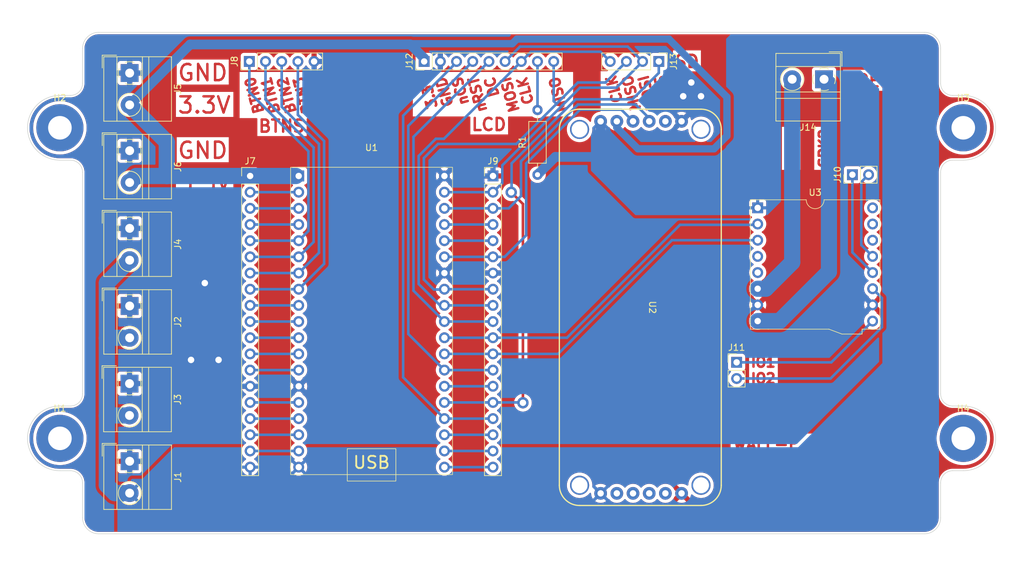
<source format=kicad_pcb>
(kicad_pcb (version 20221018) (generator pcbnew)
  (layers (0 "F.Cu" signal) (31 "B.Cu" signal) (34 "B.Paste" user) (35 "F.Paste" user) (36 "B.SilkS" user "B.Silkscreen") (37 "F.SilkS" user "F.Silkscreen") (38 "B.Mask" user) (39 "F.Mask" user) (44 "Edge.Cuts" user))
  (net 0 "")
  (net 1 "GND")
  (net 2 "+5V")
  (net 3 "+3.3V")
  (net 4 "DFP_SPK1")
  (net 5 "DFP_SPK2")
  (net 6 "BUTTON0")
  (net 7 "BUTTON1")
  (net 8 "BUTTON2")
  (net 9 "BUTTON3")
  (net 10 "LCD_~{CS}")
  (net 11 "LCD_~{RST}")
  (net 12 "LCD_DC")
  (net 13 "SPI_MOSI")
  (net 14 "/LCD_LED")
  (net 15 "SPI_MISO")
  (net 16 "ESP32_EN")
  (net 17 "ESP32_SVP")
  (net 18 "ESP32_SVN")
  (net 19 "ESP32_P25")
  (net 20 "ESP32_P26")
  (net 21 "ESP32_P27")
  (net 22 "ESP32_P14")
  (net 23 "ESP32_P12")
  (net 24 "ESP32_P13")
  (net 25 "ESP32_SD2")
  (net 26 "ESP32_SD3")
  (net 27 "ESP32_CMD")
  (net 28 "SCL")
  (net 29 "ESP32_TX")
  (net 30 "ESP32_RX")
  (net 31 "SDA")
  (net 32 "SPI_CLK")
  (net 33 "MCU_TX")
  (net 34 "MCU_RX")
  (net 35 "SD_~{CS}")
  (net 36 "ESP32_P0")
  (net 37 "ESP32_SD1")
  (net 38 "ESP32_SD0")
  (net 39 "ESP32_CLK")
  (net 44 "Net-(J10-Pin_2)")
  (net 45 "Net-(J10-Pin_1)")
  (net 46 "Net-(J11-Pin_1)")
  (net 47 "Net-(J11-Pin_2)")
  (footprint "TerminalBlock_MetzConnect:TerminalBlock_MetzConnect_Type011_RT05502HBWC_1x02_P5.00mm_Horizontal" (layer "F.Cu") (at 103.886 121.198 -90)
    (fp_text reference "J3")
    (fp_text value "Screw_Terminal_01x02")
  )
  (footprint "Walle:DFPlayer Mini Module" (layer "F.Cu") (at 202.438 93.599)
    (fp_text reference "U3")
    (fp_text value "DFPlayer Mini Module")
  )
  (footprint "Connector_PinHeader_2.54mm:PinHeader_1x19_P2.54mm_Vertical" (layer "F.Cu") (at 160.908999 88.593601)
    (fp_text reference "J9")
    (fp_text value "Conn_01x19")
  )
  (footprint "irex_Aesthetic:Logo_irex_5.0x5.5mm_Copper" (layer "F.Cu") (at 225.425 137.414)
    (fp_text reference "G***" hide)
    (fp_text value "IREX_LOGO" hide)
  )
  (footprint "TerminalBlock_MetzConnect:TerminalBlock_MetzConnect_Type011_RT05502HBWC_1x02_P5.00mm_Horizontal" (layer "F.Cu") (at 103.906 84.622 -90)
    (fp_text reference "J6")
    (fp_text value "Screw_Terminal_01x02")
  )
  (footprint "Connector_PinHeader_2.54mm:PinHeader_1x02_P2.54mm_Vertical" (layer "F.Cu") (at 217.297 88.392 90)
    (fp_text reference "J10")
    (fp_text value "Conn_01x02")
  )
  (footprint "TerminalBlock_MetzConnect:TerminalBlock_MetzConnect_Type011_RT05502HBWC_1x02_P5.00mm_Horizontal" (layer "F.Cu") (at 212.852 73.406 180)
    (fp_text reference "J14")
    (fp_text value "Screw_Terminal_01x02")
  )
  (footprint "Walle:Adafruit PCA9685 rev C" (layer "F.Cu") (at 174.498 81.28 -90)
    (fp_text reference "U2")
    (fp_text value "PCA9685")
  )
  (footprint "TerminalBlock_MetzConnect:TerminalBlock_MetzConnect_Type011_RT05502HBWC_1x02_P5.00mm_Horizontal" (layer "F.Cu") (at 103.906 133.390001 -90)
    (fp_text reference "J1")
    (fp_text value "Screw_Terminal_01x02")
  )
  (footprint "MountingHole:MountingHole_3.7mm_Pad" (layer "F.Cu") (at 234.696 129.794)
    (fp_text reference "H4")
    (fp_text value "#6")
  )
  (footprint "Connector_PinHeader_2.54mm:PinHeader_1x04_P2.54mm_Vertical" (layer "F.Cu") (at 186.924 70.612 -90)
    (fp_text reference "J13")
    (fp_text value "Conn_01x04")
  )
  (footprint "Connector_PinHeader_2.54mm:PinHeader_1x05_P2.54mm_Vertical" (layer "F.Cu") (at 122.682 70.612 90)
    (fp_text reference "J8")
    (fp_text value "Conn_01x05")
  )
  (footprint "MountingHole:MountingHole_3.7mm_Pad" (layer "F.Cu") (at 234.696 81.026)
    (fp_text reference "H3")
    (fp_text value "#6")
  )
  (footprint "Connector_PinHeader_2.54mm:PinHeader_1x19_P2.54mm_Vertical" (layer "F.Cu") (at 122.809001 88.593601)
    (fp_text reference "J7")
    (fp_text value "Conn_01x19")
  )
  (footprint "Resistor_THT:R_Axial_DIN0207_L6.3mm_D2.5mm_P10.16mm_Horizontal" (layer "F.Cu") (at 167.894 88.392 90)
    (fp_text reference "R1")
    (fp_text value "100")
  )
  (footprint "TerminalBlock_MetzConnect:TerminalBlock_MetzConnect_Type011_RT05502HBWC_1x02_P5.00mm_Horizontal" (layer "F.Cu") (at 103.906 72.43 -90)
    (fp_text reference "J5")
    (fp_text value "Screw_Terminal_01x02")
  )
  (footprint "Walle:HiLetgo ESP-32S Module" (layer "F.Cu") (at 130.429 88.5936)
    (fp_text reference "U1")
    (fp_text value "ESP32-WROOM-32")
  )
  (footprint "MountingHole:MountingHole_3.7mm_Pad" (layer "F.Cu") (at 92.964 81.026)
    (fp_text reference "H2")
    (fp_text value "#6")
  )
  (footprint "MountingHole:MountingHole_3.7mm_Pad" (layer "F.Cu") (at 92.964 129.794)
    (fp_text reference "H1")
    (fp_text value "#6")
  )
  (footprint "TerminalBlock_MetzConnect:TerminalBlock_MetzConnect_Type011_RT05502HBWC_1x02_P5.00mm_Horizontal" (layer "F.Cu") (at 103.906 96.814 -90)
    (fp_text reference "J4")
    (fp_text value "Screw_Terminal_01x02")
  )
  (footprint "Connector_PinHeader_2.54mm:PinHeader_1x02_P2.54mm_Vertical" (layer "F.Cu") (at 199.136 117.856)
    (fp_text reference "J11")
    (fp_text value "Conn_01x02")
  )
  (footprint "Connector_PinHeader_2.54mm:PinHeader_1x09_P2.54mm_Vertical" (layer "F.Cu") (at 150.114 70.612 90)
    (fp_text reference "J12")
    (fp_text value "Conn_01x09")
  )
  (footprint "TerminalBlock_MetzConnect:TerminalBlock_MetzConnect_Type011_RT05502HBWC_1x02_P5.00mm_Horizontal" (layer "F.Cu") (at 103.906 109.006 -90)
    (fp_text reference "J2")
    (fp_text value "Screw_Terminal_01x02")
  )
  (gr_arc (start 233.045 75.945999) (mid 231.697963 75.388037) (end 231.140001 74.041) (stroke (width 0.1)) (layer "Edge.Cuts"))
  (gr_arc (start 96.519999 122.809) (mid 95.962037 124.156037) (end 94.615 124.713999) (stroke (width 0.1)) (layer "Edge.Cuts"))
  (gr_line (start 228.6 144.78) (end 99.06 144.78) (stroke (width 0.1)) (layer "Edge.Cuts"))
  (gr_line (start 92.964 134.874) (end 94.615 134.874) (stroke (width 0.1)) (layer "Edge.Cuts"))
  (gr_arc (start 234.696 75.946001) (mid 239.775999 81.026) (end 234.696 86.105999) (stroke (width 0.1)) (layer "Edge.Cuts"))
  (gr_line (start 231.14 142.24) (end 231.14 136.779) (stroke (width 0.1)) (layer "Edge.Cuts"))
  (gr_arc (start 228.6 66.04) (mid 230.396051 66.783949) (end 231.14 68.58) (stroke (width 0.1)) (layer "Edge.Cuts"))
  (gr_line (start 234.696 75.946001) (end 233.045 75.946001) (stroke (width 0.1)) (layer "Edge.Cuts"))
  (gr_arc (start 99.06 144.78) (mid 97.263949 144.036051) (end 96.52 142.24) (stroke (width 0.1)) (layer "Edge.Cuts"))
  (gr_arc (start 96.52 74.041) (mid 95.962038 75.388038) (end 94.615 75.946) (stroke (width 0.1)) (layer "Edge.Cuts"))
  (gr_line (start 96.52 142.24) (end 96.52 136.779) (stroke (width 0.1)) (layer "Edge.Cuts"))
  (gr_line (start 94.615 124.714) (end 92.964 124.714) (stroke (width 0.1)) (layer "Edge.Cuts"))
  (gr_arc (start 94.615 134.874001) (mid 95.962037 135.431963) (end 96.519999 136.779) (stroke (width 0.1)) (layer "Edge.Cuts"))
  (gr_arc (start 231.14 142.24) (mid 230.396051 144.036051) (end 228.6 144.78) (stroke (width 0.1)) (layer "Edge.Cuts"))
  (gr_line (start 233.045 86.105999) (end 234.696 86.105999) (stroke (width 0.1)) (layer "Edge.Cuts"))
  (gr_arc (start 231.140001 88.011) (mid 231.697963 86.663963) (end 233.045 86.106001) (stroke (width 0.1)) (layer "Edge.Cuts"))
  (gr_arc (start 94.615 86.106001) (mid 95.962037 86.663963) (end 96.519999 88.011) (stroke (width 0.1)) (layer "Edge.Cuts"))
  (gr_line (start 234.696 124.714001) (end 233.045 124.714001) (stroke (width 0.1)) (layer "Edge.Cuts"))
  (gr_arc (start 92.964 86.106) (mid 87.884 81.026) (end 92.964 75.946) (stroke (width 0.1)) (layer "Edge.Cuts"))
  (gr_line (start 96.519999 122.809) (end 96.519999 88.011) (stroke (width 0.1)) (layer "Edge.Cuts"))
  (gr_arc (start 234.696 124.714001) (mid 239.775999 129.794) (end 234.696 134.873999) (stroke (width 0.1)) (layer "Edge.Cuts"))
  (gr_arc (start 92.964 134.874) (mid 87.884 129.794) (end 92.964 124.714) (stroke (width 0.1)) (layer "Edge.Cuts"))
  (gr_line (start 231.14 68.58) (end 231.14 74.041) (stroke (width 0.1)) (layer "Edge.Cuts"))
  (gr_arc (start 96.52 68.58) (mid 97.263949 66.783949) (end 99.06 66.04) (stroke (width 0.1)) (layer "Edge.Cuts"))
  (gr_arc (start 231.140001 136.779) (mid 231.697963 135.431963) (end 233.045 134.874001) (stroke (width 0.1)) (layer "Edge.Cuts"))
  (gr_line (start 96.52 74.041) (end 96.52 68.58) (stroke (width 0.1)) (layer "Edge.Cuts"))
  (gr_line (start 94.615 75.946) (end 92.964 75.946) (stroke (width 0.1)) (layer "Edge.Cuts"))
  (gr_arc (start 233.045 124.713999) (mid 231.697963 124.156037) (end 231.140001 122.809) (stroke (width 0.1)) (layer "Edge.Cuts"))
  (gr_line (start 231.140001 122.809) (end 231.140001 88.011) (stroke (width 0.1)) (layer "Edge.Cuts"))
  (gr_line (start 233.045 134.873999) (end 234.696 134.873999) (stroke (width 0.1)) (layer "Edge.Cuts"))
  (gr_line (start 92.964 86.106) (end 94.615 86.106) (stroke (width 0.1)) (layer "Edge.Cuts"))
  (gr_line (start 99.06 66.04) (end 228.6 66.04) (stroke (width 0.1)) (layer "Edge.Cuts"))
  (gr_text "KEY2" (at 219.964 86.36 90) (layer "F.Cu") (effects (font (size 1.524 1.524) (thickness 0.381)) (justify left)))
  (gr_text "3.3V" (at 111.252 89.662) (layer "F.Cu") (effects (font (size 2.54 2.54) (thickness 0.381)) (justify left)))
  (gr_text "MISO" (at 170.434 72.898 105) (layer "F.Cu") (effects (font (size 1.524 1.524) (thickness 0.381)) (justify right)))
  (gr_text "GND" (at 111.252 121.158) (layer "F.Cu") (effects (font (size 2.54 2.54) (thickness 0.381)) (justify left)))
  (gr_text "MISO" (at 181.864 72.644 105) (layer "F.Cu") (effects (font (size 1.524 1.524) (thickness 0.381)) (justify right)))
  (gr_text "SPK2" (at 212.852 81.026 90) (layer "F.Cu") (effects (font (size 1.524 1.524) (thickness 0.381)) (justify right)))
  (gr_text "MOSI" (at 162.814 72.898 105) (layer "F.Cu") (effects (font (size 1.524 1.524) (thickness 0.381)) (justify right)))
  (gr_text "GND" (at 111.252 84.582) (layer "F.Cu") (effects (font (size 2.54 2.54) (thickness 0.381)) (justify left)))
  (gr_text "DC" (at 160.274 72.898 105) (layer "F.Cu") (effects (font (size 1.524 1.524) (thickness 0.381)) (justify right)))
  (gr_text "MOSI" (at 184.404 72.644 105) (layer "F.Cu") (effects (font (size 1.524 1.524) (thickness 0.381)) (justify right)))
  (gr_text "5.0V" (at 111.252 101.854) (layer "F.Cu") (effects (font (size 2.54 2.54) (thickness 0.381)) (justify left)))
  (gr_text "BTN0" (at 122.682 72.898 105) (layer "F.Cu") (effects (font (size 1.524 1.524) (thickness 0.381)) (justify right)))
  (gr_text "SD" (at 189.23 70.612) (layer "F.Cu") (effects (font (size 1.905 1.905) (thickness 0.381)) (justify left)))
  (gr_text "5.0V" (at 111.252 138.43) (layer "F.Cu") (effects (font (size 2.54 2.54) (thickness 0.381)) (justify left)))
  (gr_text "KEY1" (at 217.424 86.36 90) (layer "F.Cu") (effects (font (size 1.524 1.524) (thickness 0.381)) (justify left)))
  (gr_text "GND" (at 111.252 72.39) (layer "F.Cu") (effects (font (size 2.54 2.54) (thickness 0.381)) (justify left)))
  (gr_text "3.3V" (at 150.114 72.898 105) (layer "F.Cu") (effects (font (size 1.524 1.524) (thickness 0.381)) (justify right)))
  (gr_text "BTN3" (at 130.302 72.898 105) (layer "F.Cu") (effects (font (size 1.524 1.524) (thickness 0.381)) (justify right)))
  (gr_text "5.0V" (at 111.252 126.238) (layer "F.Cu") (effects (font (size 2.54 2.54) (thickness 0.381)) (justify left)))
  (gr_text "nCS" (at 155.194 72.898 105) (layer "F.Cu") (effects (font (size 1.524 1.524) (thickness 0.381)) (justify right)))
  (gr_text "BTN4" (at 132.842 72.898 105) (layer "F.Cu") (effects (font (size 1.524 1.524) (thickness 0.381)) (justify right)))
  (gr_text "IO1" (at 201.168 117.856) (layer "F.Cu") (effects (font (size 1.524 1.524) (thickness 0.381)) (justify left)))
  (gr_text "nRST" (at 157.734 72.898 105) (layer "F.Cu") (effects (font (size 1.524 1.524) (thickness 0.381)) (justify right)))
  (gr_text "LCD" (at 160.274 80.518) (layer "F.Cu") (effects (font (size 1.905 1.905) (thickness 0.381))))
  (gr_text "GND" (at 111.252 108.966) (layer "F.Cu") (effects (font (size 2.54 2.54) (thickness 0.381)) (justify left)))
  (gr_text "IO2" (at 201.168 120.396) (layer "F.Cu") (effects (font (size 1.524 1.524) (thickness 0.381)) (justify left)))
  (gr_text "nCS" (at 186.944 72.644 105) (layer "F.Cu") (effects (font (size 1.524 1.524) (thickness 0.381)) (justify right)))
  (gr_text "3.3V" (at 111.252 77.47) (layer "F.Cu") (effects (font (size 2.54 2.54) (thickness 0.381)) (justify left)))
  (gr_text "CLK" (at 179.324 72.644 105) (layer "F.Cu") (effects (font (size 1.524 1.524) (thickness 0.381)) (justify right)))
  (gr_text "BTN1" (at 125.222 72.898 105) (layer "F.Cu") (effects (font (size 1.524 1.524) (thickness 0.381)) (justify right)))
  (gr_text "GND" (at 111.252 133.35) (layer "F.Cu") (effects (font (size 2.54 2.54) (thickness 0.381)) (justify left)))
  (gr_text "BTN2" (at 127.762 72.898 105) (layer "F.Cu") (effects (font (size 1.524 1.524) (thickness 0.381)) (justify right)))
  (gr_text "SPEEKER" (at 215.9 73.66) (layer "F.Cu") (effects (font (size 1.905 1.905) (thickness 0.381)) (justify left)))
  (gr_text "5.0V" (at 111.252 114.046) (layer "F.Cu") (effects (font (size 2.54 2.54) (thickness 0.381)) (justify left)))
  (gr_text "GND" (at 111.252 96.774) (layer "F.Cu") (effects (font (size 2.54 2.54) (thickness 0.381)) (justify left)))
  (gr_text "GND" (at 152.654 72.898 105) (layer "F.Cu") (effects (font (size 1.524 1.524) (thickness 0.381)) (justify right)))
  (gr_text "SPK1" (at 207.772 81.026 90) (layer "F.Cu") (effects (font (size 1.524 1.524) (thickness 0.381)) (justify right)))
  (gr_text "CLK" (at 165.354 72.898 105) (layer "F.Cu") (effects (font (size 1.524 1.524) (thickness 0.381)) (justify right)))
  (gr_text "WALL-E Carrier Board\nRev: 0\n11/23\nI. Rex" (at 198.374 140.335) (layer "F.Cu") (effects (font (size 1.778 1.778) (thickness 0.381) bold) (justify left bottom)))
  (gr_text "BTNS" (at 127.762 80.772) (layer "F.Cu") (effects (font (size 1.905 1.905) (thickness 0.381))))
  (via (at 113.538 117.475) (size 1.778) (drill 1.016) (layers "F.Cu" "B.Cu") (net 1))
  (via (at 193.548 76.073) (size 1.778) (drill 1.016) (layers "F.Cu" "B.Cu") (net 1))
  (via (at 117.856 117.475) (size 1.778) (drill 1.016) (layers "F.Cu" "B.Cu") (net 1))
  (via (at 192.024 73.914) (size 1.778) (drill 1.016) (layers "F.Cu" "B.Cu") (net 1))
  (via (at 190.754 76.073) (size 1.778) (drill 1.016) (layers "F.Cu" "B.Cu") (net 1))
  (via (at 115.697 105.41) (size 1.778) (drill 1.016) (layers "F.Cu" "B.Cu") (net 1))
  (segment (start 177.8 84.836) (end 177.038 85.598) (width 1.524) (layer "B.Cu") (net 2))
  (segment (start 101.560001 138.390001) (end 100.33 137.16) (width 2.54) (layer "B.Cu") (net 2))
  (segment (start 103.906 114.006) (end 100.37 114.006) (width 2.54) (layer "B.Cu") (net 2))
  (segment (start 177.8 80.01) (end 177.8 84.836) (width 1.524) (layer "B.Cu") (net 2))
  (segment (start 100.37 114.006) (end 100.33 114.046) (width 2.54) (layer "B.Cu") (net 2))
  (segment (start 177.038 85.598) (end 170.688 85.598) (width 1.524) (layer "B.Cu") (net 2))
  (segment (start 100.33 137.16) (end 100.33 126.238) (width 2.54) (layer "B.Cu") (net 2))
  (segment (start 100.33 114.046) (end 100.33 105.39) (width 2.54) (layer "B.Cu") (net 2))
  (segment (start 100.37 126.198) (end 100.33 126.238) (width 2.54) (layer "B.Cu") (net 2))
  (segment (start 170.688 85.598) (end 167.894 88.392) (width 1.524) (layer "B.Cu") (net 2))
  (segment (start 100.33 126.238) (end 100.33 114.046) (width 2.54) (layer "B.Cu") (net 2))
  (segment (start 100.33 105.39) (end 103.906 101.814) (width 2.54) (layer "B.Cu") (net 2))
  (segment (start 103.886 126.198) (end 100.37 126.198) (width 2.54) (layer "B.Cu") (net 2))
  (segment (start 103.906 138.390001) (end 101.560001 138.390001) (width 2.54) (layer "B.Cu") (net 2))
  (segment (start 183.658 84.328) (end 180.34 81.01) (width 1.143) (layer "B.Cu") (net 3))
  (segment (start 188.5061 67.0941) (end 197.612 76.2) (width 1.143) (layer "B.Cu") (net 3))
  (segment (start 163.937672 67.818) (end 164.661572 67.0941) (width 1.143) (layer "B.Cu") (net 3))
  (segment (start 122.809001 88.593601) (end 130.009 88.593601) (width 2.54) (layer "B.Cu") (net 3))
  (segment (start 150.114 70.104) (end 147.955 67.945) (width 1.524) (layer "B.Cu") (net 3))
  (segment (start 122.809001 88.593601) (end 109.728 88.593601) (width 2.54) (layer "B.Cu") (net 3))
  (segment (start 147.955 67.945) (end 113.391 67.945) (width 1.524) (layer "B.Cu") (net 3))
  (segment (start 109.728 83.252) (end 109.728 88.593601) (width 2.54) (layer "B.Cu") (net 3))
  (segment (start 197.612 76.2) (end 197.612 82.296) (width 1.143) (layer "B.Cu") (net 3))
  (segment (start 197.612 82.296) (end 195.58 84.328) (width 1.143) (layer "B.Cu") (net 3))
  (segment (start 109.728 88.593601) (end 104.934399 88.593601) (width 2.54) (layer "B.Cu") (net 3))
  (segment (start 164.661572 67.0941) (end 188.5061 67.0941) (width 1.143) (layer "B.Cu") (net 3))
  (segment (start 103.906 77.43) (end 109.728 83.252) (width 2.54) (layer "B.Cu") (net 3))
  (segment (start 150.114 70.612) (end 150.114 70.104) (width 1.524) (layer "B.Cu") (net 3))
  (segment (start 147.955 67.945) (end 148.082 67.818) (width 1.143) (layer "B.Cu") (net 3))
  (segment (start 113.391 67.945) (end 103.906 77.43) (width 1.524) (layer "B.Cu") (net 3))
  (segment (start 148.082 67.818) (end 163.937672 67.818) (width 1.143) (layer "B.Cu") (net 3))
  (segment (start 180.34 81.01) (end 180.34 80.01) (width 1.143) (layer "B.Cu") (net 3))
  (segment (start 104.934399 88.593601) (end 103.906 89.622) (width 2.54) (layer "B.Cu") (net 3))
  (segment (start 195.58 84.328) (end 183.658 84.328) (width 1.143) (layer "B.Cu") (net 3))
  (segment (start 203.708 106.299) (end 202.438 106.299) (width 2.54) (layer "B.Cu") (net 4))
  (segment (start 207.852 73.406) (end 207.852 102.155) (width 2.54) (layer "B.Cu") (net 4))
  (segment (start 207.852 102.155) (end 203.708 106.299) (width 2.54) (layer "B.Cu") (net 4))
  (segment (start 212.852 73.406) (end 213.614 74.168) (width 2.54) (layer "B.Cu") (net 5))
  (segment (start 205.867 111.379) (end 202.438 111.379) (width 2.54) (layer "B.Cu") (net 5))
  (segment (start 213.614 74.168) (end 213.614 103.632) (width 2.54) (layer "B.Cu") (net 5))
  (segment (start 213.614 103.632) (end 205.867 111.379) (width 2.54) (layer "B.Cu") (net 5))
  (segment (start 131.953 97.2296) (end 130.429 98.7536) (width 0.4064) (layer "B.Cu") (net 6))
  (segment (start 122.809001 98.753601) (end 130.429 98.7536) (width 0.4064) (layer "B.Cu") (net 6))
  (segment (start 122.682 70.612) (end 122.682 75.438) (width 0.4064) (layer "B.Cu") (net 6))
  (segment (start 131.953 84.709) (end 131.953 97.2296) (width 0.4064) (layer "B.Cu") (net 6))
  (segment (start 122.682 75.438) (end 131.953 84.709) (width 0.4064) (layer "B.Cu") (net 6))
  (segment (start 125.222 76.581) (end 132.7658 84.1248) (width 0.4064) (layer "B.Cu") (net 7))
  (segment (start 130.429 101.2936) (end 122.809001 101.293601) (width 0.4064) (layer "B.Cu") (net 7))
  (segment (start 125.222 70.612) (end 125.222 76.581) (width 0.4064) (layer "B.Cu") (net 7))
  (segment (start 132.7658 84.1248) (end 132.7658 98.9568) (width 0.4064) (layer "B.Cu") (net 7))
  (segment (start 132.7658 98.9568) (end 130.429 101.2936) (width 0.4064) (layer "B.Cu") (net 7))
  (segment (start 127.762 77.724) (end 133.604 83.566) (width 0.4064) (layer "B.Cu") (net 8))
  (segment (start 127.762 70.612) (end 127.762 77.724) (width 0.4064) (layer "B.Cu") (net 8))
  (segment (start 122.809001 103.833601) (end 130.429 103.8336) (width 0.4064) (layer "B.Cu") (net 8))
  (segment (start 133.604 83.566) (end 133.604 100.6586) (width 0.4064) (layer "B.Cu") (net 8))
  (segment (start 133.604 100.6586) (end 130.429 103.8336) (width 0.4064) (layer "B.Cu") (net 8))
  (segment (start 134.4168 83.1088) (end 134.4168 102.3858) (width 0.4064) (layer "B.Cu") (net 9))
  (segment (start 130.302 78.994) (end 134.4168 83.1088) (width 0.4064) (layer "B.Cu") (net 9))
  (segment (start 134.4168 102.3858) (end 130.429 106.3736) (width 0.4064) (layer "B.Cu") (net 9))
  (segment (start 130.302 70.612) (end 130.302 78.994) (width 0.4064) (layer "B.Cu") (net 9))
  (segment (start 130.429 106.3736) (end 122.809001 106.373601) (width 0.4064) (layer "B.Cu") (net 9))
  (segment (start 153.289 126.6936) (end 146.812 120.2166) (width 0.4064) (layer "B.Cu") (net 10))
  (segment (start 146.812 79.121) (end 155.194 70.739) (width 0.4064) (layer "B.Cu") (net 10))
  (segment (start 160.908999 126.693601) (end 153.289 126.6936) (width 0.4064) (layer "B.Cu") (net 10))
  (segment (start 146.812 120.2166) (end 146.812 79.121) (width 0.4064) (layer "B.Cu") (net 10))
  (segment (start 155.194 70.739) (end 155.194 70.612) (width 0.4064) (layer "B.Cu") (net 10))
  (segment (start 147.6248 80.7212) (end 157.734 70.612) (width 0.4064) (layer "B.Cu") (net 11))
  (segment (start 153.289 119.0736) (end 160.908999 119.073601) (width 0.4064) (layer "B.Cu") (net 11))
  (segment (start 153.289 119.0736) (end 147.6248 113.4094) (width 0.4064) (layer "B.Cu") (net 11))
  (segment (start 147.6248 113.4094) (end 147.6248 80.7212) (width 0.4064) (layer "B.Cu") (net 11))
  (segment (start 152.6794 111.2774) (end 152.6794 111.4536) (width 0.4064) (layer "B.Cu") (net 12))
  (segment (start 153.2366 111.4536) (end 153.289 111.4536) (width 0.4064) (layer "B.Cu") (net 12))
  (segment (start 148.4376 106.6022) (end 153.289 111.4536) (width 0.4064) (layer "B.Cu") (net 12))
  (segment (start 148.4376 82.4484) (end 148.4376 106.6022) (width 0.4064) (layer "B.Cu") (net 12))
  (segment (start 153.289 111.4536) (end 160.908999 111.453601) (width 0.4064) (layer "B.Cu") (net 12))
  (segment (start 160.274 70.612) (end 148.4376 82.4484) (width 0.4064) (layer "B.Cu") (net 12))
  (segment (start 162.368599 89.696107) (end 160.931105 91.133601) (width 0.4064) (layer "B.Cu") (net 13))
  (segment (start 184.384 70.632) (end 180.2892 74.7268) (width 0.4064) (layer "B.Cu") (net 13))
  (segment (start 165.1508 68.2752) (end 182.0472 68.2752) (width 0.4064) (layer "B.Cu") (net 13))
  (segment (start 162.368599 86.925929) (end 162.368599 89.696107) (width 0.4064) (layer "B.Cu") (net 13))
  (segment (start 182.0472 68.2752) (end 184.384 70.612) (width 0.4064) (layer "B.Cu") (net 13))
  (segment (start 162.814 70.612) (end 165.1508 68.2752) (width 0.4064) (layer "B.Cu") (net 13))
  (segment (start 160.931105 91.133601) (end 160.908999 91.133601) (width 0.4064) (layer "B.Cu") (net 13))
  (segment (start 184.384 70.612) (end 184.384 70.632) (width 0.4064) (layer "B.Cu") (net 13))
  (segment (start 180.2892 74.7268) (end 174.567728 74.7268) (width 0.4064) (layer "B.Cu") (net 13))
  (segment (start 174.567728 74.7268) (end 162.368599 86.925929) (width 0.4064) (layer "B.Cu") (net 13))
  (segment (start 153.289 91.1336) (end 160.908999 91.133601) (width 0.4064) (layer "B.Cu") (net 13))
  (segment (start 167.894 70.612) (end 167.894 78.232) (width 0.4064) (layer "B.Cu") (net 14))
  (segment (start 151.638 106.426) (end 150.0632 104.8512) (width 0.4064) (layer "B.Cu") (net 15))
  (segment (start 170.872028 77.273028) (end 174.231056 73.914) (width 0.4064) (layer "B.Cu") (net 15))
  (segment (start 178.562 73.914) (end 181.844 70.632) (width 0.4064) (layer "B.Cu") (net 15))
  (segment (start 170.434 76.835) (end 170.872028 77.273028) (width 0.4064) (layer "B.Cu") (net 15))
  (segment (start 150.0632 85.782272) (end 152.279472 83.566) (width 0.4064) (layer "B.Cu") (net 15))
  (segment (start 181.844 70.632) (end 181.844 70.612) (width 0.4064) (layer "B.Cu") (net 15))
  (segment (start 164.579056 83.566) (end 170.872028 77.273028) (width 0.4064) (layer "B.Cu") (net 15))
  (segment (start 152.279472 83.566) (end 164.579056 83.566) (width 0.4064) (layer "B.Cu") (net 15))
  (segment (start 153.289 106.3736) (end 153.2366 106.426) (width 0.4064) (layer "B.Cu") (net 15))
  (segment (start 174.231056 73.914) (end 178.562 73.914) (width 0.4064) (layer "B.Cu") (net 15))
  (segment (start 170.434 70.612) (end 170.434 76.835) (width 0.4064) (layer "B.Cu") (net 15))
  (segment (start 153.289 106.3736) (end 160.908999 106.373601) (width 0.4064) (layer "B.Cu") (net 15))
  (segment (start 153.2366 106.426) (end 151.638 106.426) (width 0.4064) (layer "B.Cu") (net 15))
  (segment (start 150.0632 104.8512) (end 150.0632 85.782272) (width 0.4064) (layer "B.Cu") (net 15))
  (segment (start 130.429 91.1336) (end 122.809001 91.133601) (width 0.4064) (layer "B.Cu") (net 16))
  (segment (start 122.809001 93.673601) (end 130.429 93.6736) (width 0.4064) (layer "B.Cu") (net 17))
  (segment (start 130.429 96.2136) (end 122.809001 96.213601) (width 0.4064) (layer "B.Cu") (net 18))
  (segment (start 122.809001 108.913601) (end 130.429 108.9136) (width 0.4064) (layer "B.Cu") (net 19))
  (segment (start 130.429 111.4536) (end 122.809001 111.453601) (width 0.4064) (layer "B.Cu") (net 20))
  (segment (start 122.809001 113.993601) (end 130.429 113.9936) (width 0.4064) (layer "B.Cu") (net 21))
  (segment (start 122.809001 116.533601) (end 130.429 116.5336) (width 0.4064) (layer "B.Cu") (net 22))
  (segment (start 130.429 119.0736) (end 122.809001 119.073601) (width 0.4064) (layer "B.Cu") (net 23))
  (segment (start 122.809001 124.153601) (end 130.429 124.1536) (width 0.4064) (layer "B.Cu") (net 24))
  (segment (start 130.429 126.6936) (end 122.809001 126.693601) (width 0.4064) (layer "B.Cu") (net 25))
  (segment (start 122.809001 129.233601) (end 130.429 129.2336) (width 0.4064) (layer "B.Cu") (net 26))
  (segment (start 130.429 131.7736) (end 122.809001 131.773601) (width 0.4064) (layer "B.Cu") (net 27))
  (segment (start 165.3032 91.7448) (end 165.3032 86.290272) (width 0.4064) (layer "B.Cu") (net 28))
  (segment (start 183.261 77.3684) (end 185.42 79.5274) (width 0.4064) (layer "B.Cu") (net 28))
  (segment (start 153.289 93.6736) (end 160.908999 93.673601) (width 0.4064) (layer "B.Cu") (net 28))
  (segment (start 165.3032 86.290272) (end 174.225072 77.3684) (width 0.4064) (layer "B.Cu") (net 28))
  (segment (start 174.225072 77.3684) (end 183.261 77.3684) (width 0.4064) (layer "B.Cu") (net 28))
  (segment (start 160.908999 93.673601) (end 163.374399 93.673601) (width 0.4064) (layer "B.Cu") (net 28))
  (segment (start 185.42 79.5274) (end 185.42 80.01) (width 0.4064) (layer "B.Cu") (net 28))
  (segment (start 163.374399 93.673601) (end 165.3032 91.7448) (width 0.4064) (layer "B.Cu") (net 28))
  (segment (start 160.908999 96.213601) (end 153.289 96.2136) (width 0.4064) (layer "B.Cu") (net 29))
  (segment (start 153.289 98.7536) (end 160.908999 98.753601) (width 0.4064) (layer "B.Cu") (net 30))
  (segment (start 166.116 97.917) (end 162.739399 101.293601) (width 0.4064) (layer "B.Cu") (net 31))
  (segment (start 174.561744 78.1812) (end 166.116 86.626944) (width 0.4064) (layer "B.Cu") (net 31))
  (segment (start 166.116 86.626944) (end 166.116 97.917) (width 0.4064) (layer "B.Cu") (net 31))
  (segment (start 181.0512 78.1812) (end 174.561744 78.1812) (width 0.4064) (layer "B.Cu") (net 31))
  (segment (start 162.739399 101.293601) (end 160.908999 101.293601) (width 0.4064) (layer "B.Cu") (net 31))
  (segment (start 153.289 101.2936) (end 160.908999 101.293601) (width 0.4064) (layer "B.Cu") (net 31))
  (segment (start 182.88 80.01) (end 181.0512 78.1812) (width 0.4064) (layer "B.Cu") (net 31))
  (segment (start 153.2128 82.7532) (end 165.354 70.612) (width 0.4064) (layer "B.Cu") (net 32))
  (segment (start 149.2504 85.4456) (end 151.9428 82.7532) (width 0.4064) (layer "B.Cu") (net 32))
  (segment (start 151.9428 82.7532) (end 153.2128 82.7532) (width 0.4064) (layer "B.Cu") (net 32))
  (segment (start 153.289 108.9136) (end 152.6016 108.9136) (width 0.4064) (layer "B.Cu") (net 32))
  (segment (start 177.78 69.088) (end 166.878 69.088) (width 0.4064) (layer "B.Cu") (net 32))
  (segment (start 152.6016 108.9136) (end 149.2504 105.5624) (width 0.4064) (layer "B.Cu") (net 32))
  (segment (start 166.878 69.088) (end 165.354 70.612) (width 0.4064) (layer "B.Cu") (net 32))
  (segment (start 165.354 70.612) (end 164.846 70.612) (width 0.4064) (layer "B.Cu") (net 32))
  (segment (start 149.2504 105.5624) (end 149.2504 85.4456) (width 0.4064) (layer "B.Cu") (net 32))
  (segment (start 153.289 108.9136) (end 160.908999 108.913601) (width 0.4064) (layer "B.Cu") (net 32))
  (segment (start 179.304 70.612) (end 177.78 69.088) (width 0.4064) (layer "B.Cu") (net 32))
  (segment (start 153.289 113.9936) (end 160.908999 113.993601) (width 0.4064) (layer "B.Cu") (net 33))
  (segment (start 202.311 96.266) (end 190.246 96.266) (width 0.4064) (layer "B.Cu") (net 33))
  (segment (start 202.438 96.139) (end 202.311 96.266) (width 0.4064) (layer "B.Cu") (net 33))
  (segment (start 172.518399 113.993601) (end 160.908999 113.993601) (width 0.4064) (layer "B.Cu") (net 33))
  (segment (start 190.246 96.266) (end 172.518399 113.993601) (width 0.4064) (layer "B.Cu") (net 33))
  (segment (start 202.438 98.679) (end 188.982472 98.679) (width 0.4064) (layer "B.Cu") (net 34))
  (segment (start 171.127871 116.533601) (end 160.908999 116.533601) (width 0.4064) (layer "B.Cu") (net 34))
  (segment (start 153.289 116.5336) (end 160.908999 116.533601) (width 0.4064) (layer "B.Cu") (net 34))
  (segment (start 188.982472 98.679) (end 171.127871 116.533601) (width 0.4064) (layer "B.Cu") (net 34))
  (segment (start 165.608 92.9889) (end 163.774233 91.155133) (width 0.4064) (layer "F.Cu") (net 35))
  (segment (start 165.608 124.206) (end 165.608 92.9889) (width 0.4064) (layer "F.Cu") (net 35))
  (via (at 165.608 124.206) (size 1.778) (drill 1.016) (layers "F.Cu" "B.Cu") (net 35))
  (via (at 163.774233 91.155133) (size 1.778) (drill 1.016) (layers "F.Cu" "B.Cu") (net 35))
  (segment (start 163.83 86.614) (end 173.8884 76.5556) (width 0.4064) (layer "B.Cu") (net 35))
  (segment (start 165.555601 124.153601) (end 160.908999 124.153601) (width 0.4064) (layer "B.Cu") (net 35))
  (segment (start 163.83 91.099366) (end 163.83 86.614) (width 0.4064) (layer "B.Cu") (net 35))
  (segment (start 153.289 124.1536) (end 160.908999 124.153601) (width 0.4064) (layer "B.Cu") (net 35))
  (segment (start 182.7784 76.5556) (end 186.924 72.41) (width 0.4064) (layer "B.Cu") (net 35))
  (segment (start 163.774233 91.155133) (end 163.83 91.099366) (width 0.4064) (layer "B.Cu") (net 35))
  (segment (start 173.8884 76.5556) (end 182.7784 76.5556) (width 0.4064) (layer "B.Cu") (net 35))
  (segment (start 186.924 72.41) (end 186.924 70.612) (width 0.4064) (layer "B.Cu") (net 35))
  (segment (start 165.608 124.206) (end 165.555601 124.153601) (width 0.4064) (layer "B.Cu") (net 35))
  (segment (start 153.289 121.6136) (end 160.908999 121.613601) (width 0.4064) (layer "B.Cu") (net 36))
  (segment (start 153.289 129.2336) (end 160.908999 129.233601) (width 0.4064) (layer "B.Cu") (net 37))
  (segment (start 160.908999 131.773601) (end 153.289 131.7736) (width 0.4064) (layer "B.Cu") (net 38))
  (segment (start 153.289 134.3136) (end 160.908999 134.313601) (width 0.4064) (layer "B.Cu") (net 39))
  (segment (start 219.837 88.392) (end 218.694 89.535) (width 0.4064) (layer "B.Cu") (net 44))
  (segment (start 218.694 89.535) (end 218.694 99.441) (width 0.4064) (layer "B.Cu") (net 44))
  (segment (start 218.694 99.441) (end 220.472 101.219) (width 0.4064) (layer "B.Cu") (net 44))
  (segment (start 220.472 103.759) (end 217.297 100.584) (width 0.4064) (layer "B.Cu") (net 45))
  (segment (start 217.297 100.584) (end 217.297 88.392) (width 0.4064) (layer "B.Cu") (net 45))
  (segment (start 213.995 117.856) (end 220.472 111.379) (width 0.4064) (layer "B.Cu") (net 46))
  (segment (start 199.136 117.856) (end 213.995 117.856) (width 0.4064) (layer "B.Cu") (net 46))
  (segment (start 213.868 120.396) (end 221.9316 112.3324) (width 0.4064) (layer "B.Cu") (net 47))
  (segment (start 199.136 120.396) (end 213.868 120.396) (width 0.4064) (layer "B.Cu") (net 47))
  (segment (start 221.9316 107.7586) (end 220.472 106.299) (width 0.4064) (layer "B.Cu") (net 47))
  (segment (start 221.9316 112.3324) (end 221.9316 107.7586) (width 0.4064) (layer "B.Cu") (net 47))
  (zone (net 0) (net_name "") (layer "F.Cu") (name "ZONE_KEEPOUT") (connect_pads (clearance 0)) (min_thickness 0.25)
    (keepout (tracks allowed) (vias allowed) (pads allowed) (copperpour not_allowed) (footprints allowed))
    (fill (thermal_gap 0.5) (thermal_bridge_width 0.5))
    (polygon (pts (xy 148.336 72.263) (xy 173.482 72.263) (xy 173.482 79.248) (xy 148.336 79.248)))
  )
  (zone (net 0) (net_name "") (layer "F.Cu") (name "ZONE_KEEPOUT") (connect_pads (clearance 0)) (min_thickness 0.25)
    (keepout (tracks allowed) (vias allowed) (pads allowed) (copperpour not_allowed) (footprints allowed))
    (fill (thermal_gap 0.5) (thermal_bridge_width 0.5))
    (polygon (pts (xy 121.158 72.263) (xy 136.144 72.263) (xy 136.144 72.39) (xy 136.144 79.502) (xy 121.158 79.502)))
  )
  (zone (net 0) (net_name "") (layer "F.Cu") (name "ZONE_KEEPOUT") (connect_pads (clearance 0)) (min_thickness 0.25)
    (keepout (tracks allowed) (vias allowed) (pads allowed) (copperpour not_allowed) (footprints allowed))
    (fill (thermal_gap 0.5) (thermal_bridge_width 0.5))
    (polygon (pts (xy 177.8 72.136) (xy 189.738 72.136) (xy 189.738 78.486) (xy 177.8 78.486)))
  )
  (zone (net 1) (net_name "GND") (layers "F&B.Cu") (connect_pads (clearance 0.5)) (min_thickness 0.25) (fill yes (thermal_gap 0.5) (thermal_bridge_width 0.8128))
    (polygon (pts (xy 83.566 60.96) (xy 244.221 60.96) (xy 244.221 151.13) (xy 83.566 151.13)))
  )
  (zone (net 2) (net_name "+5V") (layer "B.Cu") (priority 1) (connect_pads (clearance 0.5)) (min_thickness 0.25) (fill yes (thermal_gap 0.5) (thermal_bridge_width 0.5))
    (polygon (pts (xy 105.918 136.144) (xy 104.267 136.144) (xy 101.981 138.43) (xy 101.981 146.05) (xy 230.886 146.05) (xy 230.886 64.897) (xy 199.644 64.897) (xy 197.485 67.056) (xy 197.485 84.074) (xy 196.977 84.582) (xy 183.261 84.582) (xy 179.07 80.391) (xy 179.07 78.74) (xy 177.292 78.74) (xy 176.276 79.756) (xy 176.276 87.757) (xy 183.261 94.742) (xy 203.962 94.742) (xy 206.276092 92.427908) (xy 206.248 72.517) (xy 207.264 71.501) (xy 218.821 71.501) (xy 221.996 74.676) (xy 221.996 117.983) (xy 208.788 131.191) (xy 110.871 131.191)))
  )
)
</source>
